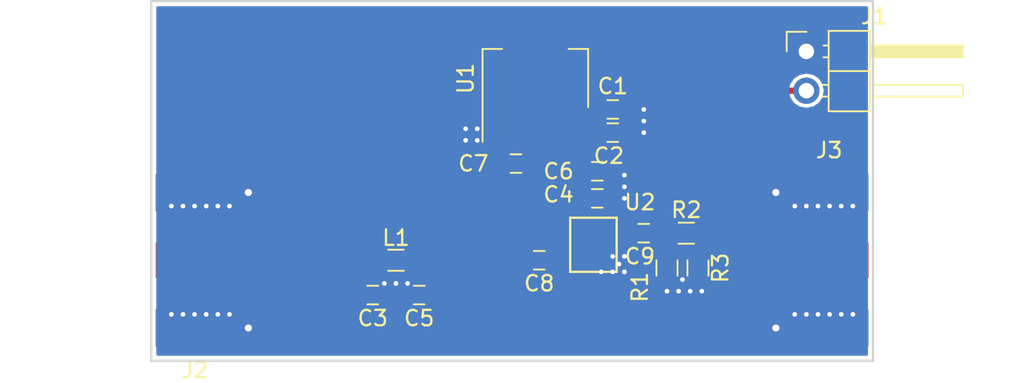
<source format=kicad_pcb>
(kicad_pcb (version 20170922) (host pcbnew "(2017-10-03 revision 3d1569081)-master")

(general
  (thickness 1.6)
  (drawings 4)
  (tracks 158)
  (zones 0)
  (modules 18)
  (nets 10)
)

(page A4)
(layers
  (0 F.Cu signal)
  (31 B.Cu signal)
  (32 B.Adhes user)
  (33 F.Adhes user)
  (34 B.Paste user)
  (35 F.Paste user)
  (36 B.SilkS user)
  (37 F.SilkS user)
  (38 B.Mask user)
  (39 F.Mask user)
  (40 Dwgs.User user)
  (41 Cmts.User user)
  (42 Eco1.User user)
  (43 Eco2.User user)
  (44 Edge.Cuts user)
  (45 Margin user)
  (46 B.CrtYd user)
  (47 F.CrtYd user)
  (48 B.Fab user hide)
  (49 F.Fab user hide)
)


(general
  (thickness 1.6)
  (drawings 4)
  (tracks 158)
  (zones 0)
  (modules 18)
  (nets 10)
)

(page A4)
(layers
  (0 F.Cu signal)
  (31 B.Cu signal)
  (32 B.Adhes user)
  (33 F.Adhes user)
  (34 B.Paste user)
  (35 F.Paste user)
  (36 B.SilkS user)
  (37 F.SilkS user)
  (38 B.Mask user)
  (39 F.Mask user)
  (40 Dwgs.User user)
  (41 Cmts.User user)
  (42 Eco1.User user)
  (43 Eco2.User user)
  (44 Edge.Cuts user)
  (45 Margin user)
  (46 B.CrtYd user)
  (47 F.CrtYd user)
  (48 B.Fab user hide)
  (49 F.Fab user hide)
)

(setup
  (last_trace_width 0.4)
  (user_trace_width 0.4)
  (user_trace_width 3)
  (trace_clearance 0.2)
  (zone_clearance 0.25)
  (zone_45_only no)
  (trace_min 0.2)
  (segment_width 0.2)
  (edge_width 0.15)
  (via_size 0.8)
  (via_drill 0.4)
  (via_min_size 0.4)
  (via_min_drill 0.3)
  (user_via 0.5 0.3)
  (user_via 0.8 0.4)
  (uvia_size 0.3)
  (uvia_drill 0.1)
  (uvias_allowed no)
  (uvia_min_size 0.2)
  (uvia_min_drill 0.1)
  (pcb_text_width 0.3)
  (pcb_text_size 1.5 1.5)
  (mod_edge_width 0.15)
  (mod_text_size 1 1)
  (mod_text_width 0.15)
  (pad_size 1.524 1.524)
  (pad_drill 0.762)
  (pad_to_mask_clearance 0.2)
  (aux_axis_origin 0 0)
  (visible_elements FFFFFF7F)
  (pcbplotparams
    (layerselection 0x010fc_ffffffff)
    (usegerberextensions false)
    (usegerberattributes true)
    (usegerberadvancedattributes true)
    (creategerberjobfile true)
    (excludeedgelayer true)
    (linewidth 0.100000)
    (plotframeref false)
    (viasonmask false)
    (mode 1)
    (useauxorigin false)
    (hpglpennumber 1)
    (hpglpenspeed 20)
    (hpglpendiameter 15)
    (psnegative false)
    (psa4output false)
    (plotreference true)
    (plotvalue true)
    (plotinvisibletext false)
    (padsonsilk false)
    (subtractmaskfromsilk false)
    (outputformat 1)
    (mirror false)
    (drillshape 1)
    (scaleselection 1)
    (outputdirectory ""))
)

(net 0 "")
(net 1 GND)
(net 2 "Net-(C3-Pad1)")
(net 3 +3V3)
(net 4 "Net-(C5-Pad1)")
(net 5 "Net-(C8-Pad1)")
(net 6 "Net-(C9-Pad1)")
(net 7 "Net-(C9-Pad2)")
(net 8 "Net-(J3-Pad1)")
(net 9 /VIN)

(net_class Default "This is the default net class."
  (clearance 0.2)
  (trace_width 0.25)
  (via_dia 0.8)
  (via_drill 0.4)
  (uvia_dia 0.3)
  (uvia_drill 0.1)
)

(net_class POWER ""
  (clearance 0.2)
  (trace_width 0.4)
  (via_dia 0.8)
  (via_drill 0.4)
  (uvia_dia 0.3)
  (uvia_drill 0.1)
  (add_net +3V3)
  (add_net /VIN)
  (add_net GND)
)

(net_class RF ""
  (clearance 0.3)
  (trace_width 3)
  (via_dia 0.8)
  (via_drill 0.4)
  (uvia_dia 0.3)
  (uvia_drill 0.1)
  (add_net "Net-(C3-Pad1)")
  (add_net "Net-(C5-Pad1)")
  (add_net "Net-(C8-Pad1)")
  (add_net "Net-(C9-Pad1)")
  (add_net "Net-(C9-Pad2)")
  (add_net "Net-(J3-Pad1)")
)

  (module Resistors_SMD:R_0603_HandSoldering (layer F.Cu) (tedit 58E0A804) (tstamp 5A3A46C1)
    (at 29.25 43.5)
    (descr "Resistor SMD 0603, hand soldering")
    (tags "resistor 0603")
    (path /5A0D74E3)
    (attr smd)
    (fp_text reference L1 (at 0 -1.45) (layer F.SilkS)
      (effects (font (size 1 1) (thickness 0.15)))
    )
    (fp_text value 100n (at 0 1.55) (layer F.Fab)
      (effects (font (size 1 1) (thickness 0.15)))
    )
    (fp_line (start 1.95 0.7) (end -1.96 0.7) (layer F.CrtYd) (width 0.05))
    (fp_line (start 1.95 0.7) (end 1.95 -0.7) (layer F.CrtYd) (width 0.05))
    (fp_line (start -1.96 -0.7) (end -1.96 0.7) (layer F.CrtYd) (width 0.05))
    (fp_line (start -1.96 -0.7) (end 1.95 -0.7) (layer F.CrtYd) (width 0.05))
    (fp_line (start -0.5 -0.68) (end 0.5 -0.68) (layer F.SilkS) (width 0.12))
    (fp_line (start 0.5 0.68) (end -0.5 0.68) (layer F.SilkS) (width 0.12))
    (fp_line (start -0.8 -0.4) (end 0.8 -0.4) (layer F.Fab) (width 0.1))
    (fp_line (start 0.8 -0.4) (end 0.8 0.4) (layer F.Fab) (width 0.1))
    (fp_line (start 0.8 0.4) (end -0.8 0.4) (layer F.Fab) (width 0.1))
    (fp_line (start -0.8 0.4) (end -0.8 -0.4) (layer F.Fab) (width 0.1))
    (fp_text user %R (at 0 0) (layer F.Fab)
      (effects (font (size 0.4 0.4) (thickness 0.075)))
    )
    (pad 2 smd rect (at 1.1 0) (size 1.2 0.9) (layers F.Cu F.Paste F.Mask)
      (net 4 "Net-(C5-Pad1)"))
    (pad 1 smd rect (at -1.1 0) (size 1.2 0.9) (layers F.Cu F.Paste F.Mask)
      (net 2 "Net-(C3-Pad1)"))
    (model ${KISYS3DMOD}/Resistors_SMD.3dshapes/R_0603.wrl
      (at (xyz 0 0 0))
      (scale (xyz 1 1 1))
      (rotate (xyz 0 0 0))
    )
  )

  (module Capacitors_SMD:C_0603 (layer F.Cu) (tedit 59958EE7) (tstamp 5A3A45AB)
    (at 43.25 33.75)
    (descr "Capacitor SMD 0603, reflow soldering, AVX (see smccp.pdf)")
    (tags "capacitor 0603")
    (path /5A0D6204)
    (attr smd)
    (fp_text reference C1 (at 0 -1.5) (layer F.SilkS)
      (effects (font (size 1 1) (thickness 0.15)))
    )
    (fp_text value 100n (at 0 1.5) (layer F.Fab)
      (effects (font (size 1 1) (thickness 0.15)))
    )
    (fp_text user %R (at 0 0) (layer F.Fab)
      (effects (font (size 0.3 0.3) (thickness 0.075)))
    )
    (fp_line (start -0.8 0.4) (end -0.8 -0.4) (layer F.Fab) (width 0.1))
    (fp_line (start 0.8 0.4) (end -0.8 0.4) (layer F.Fab) (width 0.1))
    (fp_line (start 0.8 -0.4) (end 0.8 0.4) (layer F.Fab) (width 0.1))
    (fp_line (start -0.8 -0.4) (end 0.8 -0.4) (layer F.Fab) (width 0.1))
    (fp_line (start -0.35 -0.6) (end 0.35 -0.6) (layer F.SilkS) (width 0.12))
    (fp_line (start 0.35 0.6) (end -0.35 0.6) (layer F.SilkS) (width 0.12))
    (fp_line (start -1.4 -0.65) (end 1.4 -0.65) (layer F.CrtYd) (width 0.05))
    (fp_line (start -1.4 -0.65) (end -1.4 0.65) (layer F.CrtYd) (width 0.05))
    (fp_line (start 1.4 0.65) (end 1.4 -0.65) (layer F.CrtYd) (width 0.05))
    (fp_line (start 1.4 0.65) (end -1.4 0.65) (layer F.CrtYd) (width 0.05))
    (pad 1 smd rect (at -0.75 0) (size 0.8 0.75) (layers F.Cu F.Paste F.Mask)
      (net 9 /VIN))
    (pad 2 smd rect (at 0.75 0) (size 0.8 0.75) (layers F.Cu F.Paste F.Mask)
      (net 1 GND))
    (model Capacitors_SMD.3dshapes/C_0603.wrl
      (at (xyz 0 0 0))
      (scale (xyz 1 1 1))
      (rotate (xyz 0 0 0))
    )
  )

  (module Capacitors_SMD:C_0603 (layer F.Cu) (tedit 59958EE7) (tstamp 5A3A45BC)
    (at 43.25 35.25)
    (descr "Capacitor SMD 0603, reflow soldering, AVX (see smccp.pdf)")
    (tags "capacitor 0603")
    (path /5A0D623C)
    (attr smd)
    (fp_text reference C2 (at -0.25 1.5) (layer F.SilkS)
      (effects (font (size 1 1) (thickness 0.15)))
    )
    (fp_text value 100n (at 0 1.5) (layer F.Fab)
      (effects (font (size 1 1) (thickness 0.15)))
    )
    (fp_line (start 1.4 0.65) (end -1.4 0.65) (layer F.CrtYd) (width 0.05))
    (fp_line (start 1.4 0.65) (end 1.4 -0.65) (layer F.CrtYd) (width 0.05))
    (fp_line (start -1.4 -0.65) (end -1.4 0.65) (layer F.CrtYd) (width 0.05))
    (fp_line (start -1.4 -0.65) (end 1.4 -0.65) (layer F.CrtYd) (width 0.05))
    (fp_line (start 0.35 0.6) (end -0.35 0.6) (layer F.SilkS) (width 0.12))
    (fp_line (start -0.35 -0.6) (end 0.35 -0.6) (layer F.SilkS) (width 0.12))
    (fp_line (start -0.8 -0.4) (end 0.8 -0.4) (layer F.Fab) (width 0.1))
    (fp_line (start 0.8 -0.4) (end 0.8 0.4) (layer F.Fab) (width 0.1))
    (fp_line (start 0.8 0.4) (end -0.8 0.4) (layer F.Fab) (width 0.1))
    (fp_line (start -0.8 0.4) (end -0.8 -0.4) (layer F.Fab) (width 0.1))
    (fp_text user %R (at 0 0) (layer F.Fab)
      (effects (font (size 0.3 0.3) (thickness 0.075)))
    )
    (pad 2 smd rect (at 0.75 0) (size 0.8 0.75) (layers F.Cu F.Paste F.Mask)
      (net 1 GND))
    (pad 1 smd rect (at -0.75 0) (size 0.8 0.75) (layers F.Cu F.Paste F.Mask)
      (net 9 /VIN))
    (model Capacitors_SMD.3dshapes/C_0603.wrl
      (at (xyz 0 0 0))
      (scale (xyz 1 1 1))
      (rotate (xyz 0 0 0))
    )
  )

  (module Capacitors_SMD:C_0603 (layer F.Cu) (tedit 59958EE7) (tstamp 5A3A45CD)
    (at 27.75 45.75)
    (descr "Capacitor SMD 0603, reflow soldering, AVX (see smccp.pdf)")
    (tags "capacitor 0603")
    (path /5A0D7717)
    (attr smd)
    (fp_text reference C3 (at 0 1.5) (layer F.SilkS)
      (effects (font (size 1 1) (thickness 0.15)))
    )
    (fp_text value 20p (at 0 1.5) (layer F.Fab)
      (effects (font (size 1 1) (thickness 0.15)))
    )
    (fp_line (start 1.4 0.65) (end -1.4 0.65) (layer F.CrtYd) (width 0.05))
    (fp_line (start 1.4 0.65) (end 1.4 -0.65) (layer F.CrtYd) (width 0.05))
    (fp_line (start -1.4 -0.65) (end -1.4 0.65) (layer F.CrtYd) (width 0.05))
    (fp_line (start -1.4 -0.65) (end 1.4 -0.65) (layer F.CrtYd) (width 0.05))
    (fp_line (start 0.35 0.6) (end -0.35 0.6) (layer F.SilkS) (width 0.12))
    (fp_line (start -0.35 -0.6) (end 0.35 -0.6) (layer F.SilkS) (width 0.12))
    (fp_line (start -0.8 -0.4) (end 0.8 -0.4) (layer F.Fab) (width 0.1))
    (fp_line (start 0.8 -0.4) (end 0.8 0.4) (layer F.Fab) (width 0.1))
    (fp_line (start 0.8 0.4) (end -0.8 0.4) (layer F.Fab) (width 0.1))
    (fp_line (start -0.8 0.4) (end -0.8 -0.4) (layer F.Fab) (width 0.1))
    (fp_text user %R (at 0 0) (layer F.Fab)
      (effects (font (size 0.3 0.3) (thickness 0.075)))
    )
    (pad 2 smd rect (at 0.75 0) (size 0.8 0.75) (layers F.Cu F.Paste F.Mask)
      (net 1 GND))
    (pad 1 smd rect (at -0.75 0) (size 0.8 0.75) (layers F.Cu F.Paste F.Mask)
      (net 2 "Net-(C3-Pad1)"))
    (model Capacitors_SMD.3dshapes/C_0603.wrl
      (at (xyz 0 0 0))
      (scale (xyz 1 1 1))
      (rotate (xyz 0 0 0))
    )
  )

  (module Capacitors_SMD:C_0603 (layer F.Cu) (tedit 59958EE7) (tstamp 5A3A45DE)
    (at 42.25 39.5)
    (descr "Capacitor SMD 0603, reflow soldering, AVX (see smccp.pdf)")
    (tags "capacitor 0603")
    (path /5A0D645A)
    (attr smd)
    (fp_text reference C4 (at -2.5 -0.25) (layer F.SilkS)
      (effects (font (size 1 1) (thickness 0.15)))
    )
    (fp_text value 100n (at 0 1.5) (layer F.Fab)
      (effects (font (size 1 1) (thickness 0.15)))
    )
    (fp_text user %R (at 0 0) (layer F.Fab)
      (effects (font (size 0.3 0.3) (thickness 0.075)))
    )
    (fp_line (start -0.8 0.4) (end -0.8 -0.4) (layer F.Fab) (width 0.1))
    (fp_line (start 0.8 0.4) (end -0.8 0.4) (layer F.Fab) (width 0.1))
    (fp_line (start 0.8 -0.4) (end 0.8 0.4) (layer F.Fab) (width 0.1))
    (fp_line (start -0.8 -0.4) (end 0.8 -0.4) (layer F.Fab) (width 0.1))
    (fp_line (start -0.35 -0.6) (end 0.35 -0.6) (layer F.SilkS) (width 0.12))
    (fp_line (start 0.35 0.6) (end -0.35 0.6) (layer F.SilkS) (width 0.12))
    (fp_line (start -1.4 -0.65) (end 1.4 -0.65) (layer F.CrtYd) (width 0.05))
    (fp_line (start -1.4 -0.65) (end -1.4 0.65) (layer F.CrtYd) (width 0.05))
    (fp_line (start 1.4 0.65) (end 1.4 -0.65) (layer F.CrtYd) (width 0.05))
    (fp_line (start 1.4 0.65) (end -1.4 0.65) (layer F.CrtYd) (width 0.05))
    (pad 1 smd rect (at -0.75 0) (size 0.8 0.75) (layers F.Cu F.Paste F.Mask)
      (net 3 +3V3))
    (pad 2 smd rect (at 0.75 0) (size 0.8 0.75) (layers F.Cu F.Paste F.Mask)
      (net 1 GND))
    (model Capacitors_SMD.3dshapes/C_0603.wrl
      (at (xyz 0 0 0))
      (scale (xyz 1 1 1))
      (rotate (xyz 0 0 0))
    )
  )

  (module Capacitors_SMD:C_0603 (layer F.Cu) (tedit 59958EE7) (tstamp 5A3A45EF)
    (at 30.75 45.75 180)
    (descr "Capacitor SMD 0603, reflow soldering, AVX (see smccp.pdf)")
    (tags "capacitor 0603")
    (path /5A0D766F)
    (attr smd)
    (fp_text reference C5 (at 0 -1.5 180) (layer F.SilkS)
      (effects (font (size 1 1) (thickness 0.15)))
    )
    (fp_text value 20p (at 0 1.5 180) (layer F.Fab)
      (effects (font (size 1 1) (thickness 0.15)))
    )
    (fp_text user %R (at 0 0 180) (layer F.Fab)
      (effects (font (size 0.3 0.3) (thickness 0.075)))
    )
    (fp_line (start -0.8 0.4) (end -0.8 -0.4) (layer F.Fab) (width 0.1))
    (fp_line (start 0.8 0.4) (end -0.8 0.4) (layer F.Fab) (width 0.1))
    (fp_line (start 0.8 -0.4) (end 0.8 0.4) (layer F.Fab) (width 0.1))
    (fp_line (start -0.8 -0.4) (end 0.8 -0.4) (layer F.Fab) (width 0.1))
    (fp_line (start -0.35 -0.6) (end 0.35 -0.6) (layer F.SilkS) (width 0.12))
    (fp_line (start 0.35 0.6) (end -0.35 0.6) (layer F.SilkS) (width 0.12))
    (fp_line (start -1.4 -0.65) (end 1.4 -0.65) (layer F.CrtYd) (width 0.05))
    (fp_line (start -1.4 -0.65) (end -1.4 0.65) (layer F.CrtYd) (width 0.05))
    (fp_line (start 1.4 0.65) (end 1.4 -0.65) (layer F.CrtYd) (width 0.05))
    (fp_line (start 1.4 0.65) (end -1.4 0.65) (layer F.CrtYd) (width 0.05))
    (pad 1 smd rect (at -0.75 0 180) (size 0.8 0.75) (layers F.Cu F.Paste F.Mask)
      (net 4 "Net-(C5-Pad1)"))
    (pad 2 smd rect (at 0.75 0 180) (size 0.8 0.75) (layers F.Cu F.Paste F.Mask)
      (net 1 GND))
    (model Capacitors_SMD.3dshapes/C_0603.wrl
      (at (xyz 0 0 0))
      (scale (xyz 1 1 1))
      (rotate (xyz 0 0 0))
    )
  )

  (module Capacitors_SMD:C_0603 (layer F.Cu) (tedit 59958EE7) (tstamp 5A3A4600)
    (at 42.25 37.75)
    (descr "Capacitor SMD 0603, reflow soldering, AVX (see smccp.pdf)")
    (tags "capacitor 0603")
    (path /5A0D65D3)
    (attr smd)
    (fp_text reference C6 (at -2.5 0) (layer F.SilkS)
      (effects (font (size 1 1) (thickness 0.15)))
    )
    (fp_text value 100n (at 0 1.5) (layer F.Fab)
      (effects (font (size 1 1) (thickness 0.15)))
    )
    (fp_line (start 1.4 0.65) (end -1.4 0.65) (layer F.CrtYd) (width 0.05))
    (fp_line (start 1.4 0.65) (end 1.4 -0.65) (layer F.CrtYd) (width 0.05))
    (fp_line (start -1.4 -0.65) (end -1.4 0.65) (layer F.CrtYd) (width 0.05))
    (fp_line (start -1.4 -0.65) (end 1.4 -0.65) (layer F.CrtYd) (width 0.05))
    (fp_line (start 0.35 0.6) (end -0.35 0.6) (layer F.SilkS) (width 0.12))
    (fp_line (start -0.35 -0.6) (end 0.35 -0.6) (layer F.SilkS) (width 0.12))
    (fp_line (start -0.8 -0.4) (end 0.8 -0.4) (layer F.Fab) (width 0.1))
    (fp_line (start 0.8 -0.4) (end 0.8 0.4) (layer F.Fab) (width 0.1))
    (fp_line (start 0.8 0.4) (end -0.8 0.4) (layer F.Fab) (width 0.1))
    (fp_line (start -0.8 0.4) (end -0.8 -0.4) (layer F.Fab) (width 0.1))
    (fp_text user %R (at 0 0) (layer F.Fab)
      (effects (font (size 0.3 0.3) (thickness 0.075)))
    )
    (pad 2 smd rect (at 0.75 0) (size 0.8 0.75) (layers F.Cu F.Paste F.Mask)
      (net 1 GND))
    (pad 1 smd rect (at -0.75 0) (size 0.8 0.75) (layers F.Cu F.Paste F.Mask)
      (net 3 +3V3))
    (model Capacitors_SMD.3dshapes/C_0603.wrl
      (at (xyz 0 0 0))
      (scale (xyz 1 1 1))
      (rotate (xyz 0 0 0))
    )
  )

  (module Capacitors_SMD:C_0603 (layer F.Cu) (tedit 59958EE7) (tstamp 5A3A4611)
    (at 37 37.25 180)
    (descr "Capacitor SMD 0603, reflow soldering, AVX (see smccp.pdf)")
    (tags "capacitor 0603")
    (path /5A0D66E6)
    (attr smd)
    (fp_text reference C7 (at 2.75 0 180) (layer F.SilkS)
      (effects (font (size 1 1) (thickness 0.15)))
    )
    (fp_text value 1u (at 0 1.5 180) (layer F.Fab)
      (effects (font (size 1 1) (thickness 0.15)))
    )
    (fp_text user %R (at 0 0 180) (layer F.Fab)
      (effects (font (size 0.3 0.3) (thickness 0.075)))
    )
    (fp_line (start -0.8 0.4) (end -0.8 -0.4) (layer F.Fab) (width 0.1))
    (fp_line (start 0.8 0.4) (end -0.8 0.4) (layer F.Fab) (width 0.1))
    (fp_line (start 0.8 -0.4) (end 0.8 0.4) (layer F.Fab) (width 0.1))
    (fp_line (start -0.8 -0.4) (end 0.8 -0.4) (layer F.Fab) (width 0.1))
    (fp_line (start -0.35 -0.6) (end 0.35 -0.6) (layer F.SilkS) (width 0.12))
    (fp_line (start 0.35 0.6) (end -0.35 0.6) (layer F.SilkS) (width 0.12))
    (fp_line (start -1.4 -0.65) (end 1.4 -0.65) (layer F.CrtYd) (width 0.05))
    (fp_line (start -1.4 -0.65) (end -1.4 0.65) (layer F.CrtYd) (width 0.05))
    (fp_line (start 1.4 0.65) (end 1.4 -0.65) (layer F.CrtYd) (width 0.05))
    (fp_line (start 1.4 0.65) (end -1.4 0.65) (layer F.CrtYd) (width 0.05))
    (pad 1 smd rect (at -0.75 0 180) (size 0.8 0.75) (layers F.Cu F.Paste F.Mask)
      (net 3 +3V3))
    (pad 2 smd rect (at 0.75 0 180) (size 0.8 0.75) (layers F.Cu F.Paste F.Mask)
      (net 1 GND))
    (model Capacitors_SMD.3dshapes/C_0603.wrl
      (at (xyz 0 0 0))
      (scale (xyz 1 1 1))
      (rotate (xyz 0 0 0))
    )
  )

  (module Capacitors_SMD:C_0603 (layer F.Cu) (tedit 59958EE7) (tstamp 5A3A4622)
    (at 38.5 43.5 180)
    (descr "Capacitor SMD 0603, reflow soldering, AVX (see smccp.pdf)")
    (tags "capacitor 0603")
    (path /5A0D6F0B)
    (attr smd)
    (fp_text reference C8 (at 0 -1.5 180) (layer F.SilkS)
      (effects (font (size 1 1) (thickness 0.15)))
    )
    (fp_text value 100n (at 0 1.5 180) (layer F.Fab)
      (effects (font (size 1 1) (thickness 0.15)))
    )
    (fp_line (start 1.4 0.65) (end -1.4 0.65) (layer F.CrtYd) (width 0.05))
    (fp_line (start 1.4 0.65) (end 1.4 -0.65) (layer F.CrtYd) (width 0.05))
    (fp_line (start -1.4 -0.65) (end -1.4 0.65) (layer F.CrtYd) (width 0.05))
    (fp_line (start -1.4 -0.65) (end 1.4 -0.65) (layer F.CrtYd) (width 0.05))
    (fp_line (start 0.35 0.6) (end -0.35 0.6) (layer F.SilkS) (width 0.12))
    (fp_line (start -0.35 -0.6) (end 0.35 -0.6) (layer F.SilkS) (width 0.12))
    (fp_line (start -0.8 -0.4) (end 0.8 -0.4) (layer F.Fab) (width 0.1))
    (fp_line (start 0.8 -0.4) (end 0.8 0.4) (layer F.Fab) (width 0.1))
    (fp_line (start 0.8 0.4) (end -0.8 0.4) (layer F.Fab) (width 0.1))
    (fp_line (start -0.8 0.4) (end -0.8 -0.4) (layer F.Fab) (width 0.1))
    (fp_text user %R (at 0 0 180) (layer F.Fab)
      (effects (font (size 0.3 0.3) (thickness 0.075)))
    )
    (pad 2 smd rect (at 0.75 0 180) (size 0.8 0.75) (layers F.Cu F.Paste F.Mask)
      (net 4 "Net-(C5-Pad1)"))
    (pad 1 smd rect (at -0.75 0 180) (size 0.8 0.75) (layers F.Cu F.Paste F.Mask)
      (net 5 "Net-(C8-Pad1)"))
    (model Capacitors_SMD.3dshapes/C_0603.wrl
      (at (xyz 0 0 0))
      (scale (xyz 1 1 1))
      (rotate (xyz 0 0 0))
    )
  )

  (module Capacitors_SMD:C_0603 (layer F.Cu) (tedit 59958EE7) (tstamp 5A3A4633)
    (at 45.25 41.75 180)
    (descr "Capacitor SMD 0603, reflow soldering, AVX (see smccp.pdf)")
    (tags "capacitor 0603")
    (path /5A0D6F8D)
    (attr smd)
    (fp_text reference C9 (at 0.25 -1.5 180) (layer F.SilkS)
      (effects (font (size 1 1) (thickness 0.15)))
    )
    (fp_text value 100n (at 0 1.5 180) (layer F.Fab)
      (effects (font (size 1 1) (thickness 0.15)))
    )
    (fp_text user %R (at 0 0 180) (layer F.Fab)
      (effects (font (size 0.3 0.3) (thickness 0.075)))
    )
    (fp_line (start -0.8 0.4) (end -0.8 -0.4) (layer F.Fab) (width 0.1))
    (fp_line (start 0.8 0.4) (end -0.8 0.4) (layer F.Fab) (width 0.1))
    (fp_line (start 0.8 -0.4) (end 0.8 0.4) (layer F.Fab) (width 0.1))
    (fp_line (start -0.8 -0.4) (end 0.8 -0.4) (layer F.Fab) (width 0.1))
    (fp_line (start -0.35 -0.6) (end 0.35 -0.6) (layer F.SilkS) (width 0.12))
    (fp_line (start 0.35 0.6) (end -0.35 0.6) (layer F.SilkS) (width 0.12))
    (fp_line (start -1.4 -0.65) (end 1.4 -0.65) (layer F.CrtYd) (width 0.05))
    (fp_line (start -1.4 -0.65) (end -1.4 0.65) (layer F.CrtYd) (width 0.05))
    (fp_line (start 1.4 0.65) (end 1.4 -0.65) (layer F.CrtYd) (width 0.05))
    (fp_line (start 1.4 0.65) (end -1.4 0.65) (layer F.CrtYd) (width 0.05))
    (pad 1 smd rect (at -0.75 0 180) (size 0.8 0.75) (layers F.Cu F.Paste F.Mask)
      (net 6 "Net-(C9-Pad1)"))
    (pad 2 smd rect (at 0.75 0 180) (size 0.8 0.75) (layers F.Cu F.Paste F.Mask)
      (net 7 "Net-(C9-Pad2)"))
    (model Capacitors_SMD.3dshapes/C_0603.wrl
      (at (xyz 0 0 0))
      (scale (xyz 1 1 1))
      (rotate (xyz 0 0 0))
    )
  )

  (module Pin_Headers:Pin_Header_Angled_1x02_Pitch2.54mm (layer F.Cu) (tedit 59650532) (tstamp 5A3A4666)
    (at 55.75 30)
    (descr "Through hole angled pin header, 1x02, 2.54mm pitch, 6mm pin length, single row")
    (tags "Through hole angled pin header THT 1x02 2.54mm single row")
    (path /5A0D5FA5)
    (fp_text reference J1 (at 4.385 -2.27) (layer F.SilkS)
      (effects (font (size 1 1) (thickness 0.15)))
    )
    (fp_text value Conn_01x02 (at 4.385 4.81) (layer F.Fab)
      (effects (font (size 1 1) (thickness 0.15)))
    )
    (fp_text user %R (at 2.77 1.27 90) (layer F.Fab)
      (effects (font (size 1 1) (thickness 0.15)))
    )
    (fp_line (start 10.55 -1.8) (end -1.8 -1.8) (layer F.CrtYd) (width 0.05))
    (fp_line (start 10.55 4.35) (end 10.55 -1.8) (layer F.CrtYd) (width 0.05))
    (fp_line (start -1.8 4.35) (end 10.55 4.35) (layer F.CrtYd) (width 0.05))
    (fp_line (start -1.8 -1.8) (end -1.8 4.35) (layer F.CrtYd) (width 0.05))
    (fp_line (start -1.27 -1.27) (end 0 -1.27) (layer F.SilkS) (width 0.12))
    (fp_line (start -1.27 0) (end -1.27 -1.27) (layer F.SilkS) (width 0.12))
    (fp_line (start 1.042929 2.92) (end 1.44 2.92) (layer F.SilkS) (width 0.12))
    (fp_line (start 1.042929 2.16) (end 1.44 2.16) (layer F.SilkS) (width 0.12))
    (fp_line (start 10.1 2.92) (end 4.1 2.92) (layer F.SilkS) (width 0.12))
    (fp_line (start 10.1 2.16) (end 10.1 2.92) (layer F.SilkS) (width 0.12))
    (fp_line (start 4.1 2.16) (end 10.1 2.16) (layer F.SilkS) (width 0.12))
    (fp_line (start 1.44 1.27) (end 4.1 1.27) (layer F.SilkS) (width 0.12))
    (fp_line (start 1.11 0.38) (end 1.44 0.38) (layer F.SilkS) (width 0.12))
    (fp_line (start 1.11 -0.38) (end 1.44 -0.38) (layer F.SilkS) (width 0.12))
    (fp_line (start 4.1 0.28) (end 10.1 0.28) (layer F.SilkS) (width 0.12))
    (fp_line (start 4.1 0.16) (end 10.1 0.16) (layer F.SilkS) (width 0.12))
    (fp_line (start 4.1 0.04) (end 10.1 0.04) (layer F.SilkS) (width 0.12))
    (fp_line (start 4.1 -0.08) (end 10.1 -0.08) (layer F.SilkS) (width 0.12))
    (fp_line (start 4.1 -0.2) (end 10.1 -0.2) (layer F.SilkS) (width 0.12))
    (fp_line (start 4.1 -0.32) (end 10.1 -0.32) (layer F.SilkS) (width 0.12))
    (fp_line (start 10.1 0.38) (end 4.1 0.38) (layer F.SilkS) (width 0.12))
    (fp_line (start 10.1 -0.38) (end 10.1 0.38) (layer F.SilkS) (width 0.12))
    (fp_line (start 4.1 -0.38) (end 10.1 -0.38) (layer F.SilkS) (width 0.12))
    (fp_line (start 4.1 -1.33) (end 1.44 -1.33) (layer F.SilkS) (width 0.12))
    (fp_line (start 4.1 3.87) (end 4.1 -1.33) (layer F.SilkS) (width 0.12))
    (fp_line (start 1.44 3.87) (end 4.1 3.87) (layer F.SilkS) (width 0.12))
    (fp_line (start 1.44 -1.33) (end 1.44 3.87) (layer F.SilkS) (width 0.12))
    (fp_line (start 4.04 2.86) (end 10.04 2.86) (layer F.Fab) (width 0.1))
    (fp_line (start 10.04 2.22) (end 10.04 2.86) (layer F.Fab) (width 0.1))
    (fp_line (start 4.04 2.22) (end 10.04 2.22) (layer F.Fab) (width 0.1))
    (fp_line (start -0.32 2.86) (end 1.5 2.86) (layer F.Fab) (width 0.1))
    (fp_line (start -0.32 2.22) (end -0.32 2.86) (layer F.Fab) (width 0.1))
    (fp_line (start -0.32 2.22) (end 1.5 2.22) (layer F.Fab) (width 0.1))
    (fp_line (start 4.04 0.32) (end 10.04 0.32) (layer F.Fab) (width 0.1))
    (fp_line (start 10.04 -0.32) (end 10.04 0.32) (layer F.Fab) (width 0.1))
    (fp_line (start 4.04 -0.32) (end 10.04 -0.32) (layer F.Fab) (width 0.1))
    (fp_line (start -0.32 0.32) (end 1.5 0.32) (layer F.Fab) (width 0.1))
    (fp_line (start -0.32 -0.32) (end -0.32 0.32) (layer F.Fab) (width 0.1))
    (fp_line (start -0.32 -0.32) (end 1.5 -0.32) (layer F.Fab) (width 0.1))
    (fp_line (start 1.5 -0.635) (end 2.135 -1.27) (layer F.Fab) (width 0.1))
    (fp_line (start 1.5 3.81) (end 1.5 -0.635) (layer F.Fab) (width 0.1))
    (fp_line (start 4.04 3.81) (end 1.5 3.81) (layer F.Fab) (width 0.1))
    (fp_line (start 4.04 -1.27) (end 4.04 3.81) (layer F.Fab) (width 0.1))
    (fp_line (start 2.135 -1.27) (end 4.04 -1.27) (layer F.Fab) (width 0.1))
    (pad 2 thru_hole oval (at 0 2.54) (size 1.7 1.7) (drill 1) (layers *.Cu *.Mask)
      (net 9 /VIN))
    (pad 1 thru_hole rect (at 0 0) (size 1.7 1.7) (drill 1) (layers *.Cu *.Mask)
      (net 1 GND))
    (model ${KISYS3DMOD}/Pin_Headers.3dshapes/Pin_Header_Angled_1x02_Pitch2.54mm.wrl
      (at (xyz 0 0 0))
      (scale (xyz 1 1 1))
      (rotate (xyz 0 0 0))
    )
  )

  (module Connectors_Molex:Molex_SMA_Jack_Edge_Mount (layer F.Cu) (tedit 587D2992) (tstamp 5A3A468B)
    (at 18 43.5)
    (descr "Molex SMA Jack, Edge Mount, http://www.molex.com/pdm_docs/sd/732511150_sd.pdf")
    (tags "sma edge")
    (path /5A0D7D41)
    (attr smd)
    (fp_text reference J2 (at -1.72 7.11) (layer F.SilkS)
      (effects (font (size 1 1) (thickness 0.15)))
    )
    (fp_text value Conn_Coaxial (at -1.72 -7.11) (layer F.Fab)
      (effects (font (size 1 1) (thickness 0.15)))
    )
    (fp_line (start -4.76 -0.38) (end 0.49 -0.38) (layer F.Fab) (width 0.1))
    (fp_line (start -4.76 0.38) (end 0.49 0.38) (layer F.Fab) (width 0.1))
    (fp_line (start 0.49 -0.38) (end 0.49 0.38) (layer F.Fab) (width 0.1))
    (fp_line (start 0.49 3.75) (end 0.49 4.76) (layer F.Fab) (width 0.1))
    (fp_line (start 0.49 -4.76) (end 0.49 -3.75) (layer F.Fab) (width 0.1))
    (fp_line (start -14.29 -6.09) (end -14.29 6.09) (layer F.CrtYd) (width 0.05))
    (fp_line (start -14.29 6.09) (end 2.71 6.09) (layer F.CrtYd) (width 0.05))
    (fp_line (start 2.71 -6.09) (end 2.71 6.09) (layer B.CrtYd) (width 0.05))
    (fp_line (start -14.29 -6.09) (end 2.71 -6.09) (layer B.CrtYd) (width 0.05))
    (fp_line (start -14.29 -6.09) (end -14.29 6.09) (layer B.CrtYd) (width 0.05))
    (fp_line (start -14.29 6.09) (end 2.71 6.09) (layer B.CrtYd) (width 0.05))
    (fp_line (start 2.71 -6.09) (end 2.71 6.09) (layer F.CrtYd) (width 0.05))
    (fp_line (start 2.71 -6.09) (end -14.29 -6.09) (layer F.CrtYd) (width 0.05))
    (fp_line (start -4.76 -3.75) (end 0.49 -3.75) (layer F.Fab) (width 0.1))
    (fp_line (start -4.76 3.75) (end 0.49 3.75) (layer F.Fab) (width 0.1))
    (fp_line (start -13.79 -2.65) (end -5.91 -2.65) (layer F.Fab) (width 0.1))
    (fp_line (start -13.79 -2.65) (end -13.79 2.65) (layer F.Fab) (width 0.1))
    (fp_line (start -13.79 2.65) (end -5.91 2.65) (layer F.Fab) (width 0.1))
    (fp_line (start -4.76 -3.75) (end -4.76 3.75) (layer F.Fab) (width 0.1))
    (fp_line (start 0.49 -4.76) (end -5.91 -4.76) (layer F.Fab) (width 0.1))
    (fp_line (start -5.91 -4.76) (end -5.91 4.76) (layer F.Fab) (width 0.1))
    (fp_line (start -5.91 4.76) (end 0.49 4.76) (layer F.Fab) (width 0.1))
    (pad 1 smd rect (at -1.72 0) (size 5.08 2.29) (layers F.Cu F.Paste F.Mask)
      (net 2 "Net-(C3-Pad1)"))
    (pad 2 smd rect (at -1.72 -4.38) (size 5.08 2.42) (layers F.Cu F.Paste F.Mask)
      (net 1 GND))
    (pad 2 smd rect (at -1.72 4.38) (size 5.08 2.42) (layers F.Cu F.Paste F.Mask)
      (net 1 GND))
    (pad 2 smd rect (at -1.72 -4.38) (size 5.08 2.42) (layers B.Cu B.Paste B.Mask)
      (net 1 GND))
    (pad 2 smd rect (at -1.72 4.38) (size 5.08 2.42) (layers B.Cu B.Paste B.Mask)
      (net 1 GND))
    (pad 2 thru_hole circle (at 1.72 -4.38) (size 0.97 0.97) (drill 0.46) (layers *.Cu)
      (net 1 GND))
    (pad 2 thru_hole circle (at 1.72 4.38) (size 0.97 0.97) (drill 0.46) (layers *.Cu)
      (net 1 GND))
    (pad 2 smd rect (at 1.27 -4.38) (size 0.89 0.46) (layers F.Cu)
      (net 1 GND))
    (pad 2 smd rect (at 1.27 4.38) (size 0.89 0.46) (layers F.Cu)
      (net 1 GND))
    (pad 2 smd rect (at 1.27 -4.38) (size 0.89 0.46) (layers B.Cu)
      (net 1 GND))
    (pad 2 smd rect (at 1.27 4.38) (size 0.89 0.46) (layers B.Cu)
      (net 1 GND))
    (model ${KISYS3DMOD}/Connectors_Molex.3dshapes/Molex_SMA_Jack_Edge_Mount.wrl
      (at (xyz 0 0 0))
      (scale (xyz 1 1 1))
      (rotate (xyz 0 0 0))
    )
  )

  (module Connectors_Molex:Molex_SMA_Jack_Edge_Mount (layer F.Cu) (tedit 587D2992) (tstamp 5A3A46B0)
    (at 55.5 43.5 180)
    (descr "Molex SMA Jack, Edge Mount, http://www.molex.com/pdm_docs/sd/732511150_sd.pdf")
    (tags "sma edge")
    (path /5A0D8EED)
    (attr smd)
    (fp_text reference J3 (at -1.72 7.11 180) (layer F.SilkS)
      (effects (font (size 1 1) (thickness 0.15)))
    )
    (fp_text value Conn_Coaxial (at -1.72 -7.11 180) (layer F.Fab)
      (effects (font (size 1 1) (thickness 0.15)))
    )
    (fp_line (start -5.91 4.76) (end 0.49 4.76) (layer F.Fab) (width 0.1))
    (fp_line (start -5.91 -4.76) (end -5.91 4.76) (layer F.Fab) (width 0.1))
    (fp_line (start 0.49 -4.76) (end -5.91 -4.76) (layer F.Fab) (width 0.1))
    (fp_line (start -4.76 -3.75) (end -4.76 3.75) (layer F.Fab) (width 0.1))
    (fp_line (start -13.79 2.65) (end -5.91 2.65) (layer F.Fab) (width 0.1))
    (fp_line (start -13.79 -2.65) (end -13.79 2.65) (layer F.Fab) (width 0.1))
    (fp_line (start -13.79 -2.65) (end -5.91 -2.65) (layer F.Fab) (width 0.1))
    (fp_line (start -4.76 3.75) (end 0.49 3.75) (layer F.Fab) (width 0.1))
    (fp_line (start -4.76 -3.75) (end 0.49 -3.75) (layer F.Fab) (width 0.1))
    (fp_line (start 2.71 -6.09) (end -14.29 -6.09) (layer F.CrtYd) (width 0.05))
    (fp_line (start 2.71 -6.09) (end 2.71 6.09) (layer F.CrtYd) (width 0.05))
    (fp_line (start -14.29 6.09) (end 2.71 6.09) (layer B.CrtYd) (width 0.05))
    (fp_line (start -14.29 -6.09) (end -14.29 6.09) (layer B.CrtYd) (width 0.05))
    (fp_line (start -14.29 -6.09) (end 2.71 -6.09) (layer B.CrtYd) (width 0.05))
    (fp_line (start 2.71 -6.09) (end 2.71 6.09) (layer B.CrtYd) (width 0.05))
    (fp_line (start -14.29 6.09) (end 2.71 6.09) (layer F.CrtYd) (width 0.05))
    (fp_line (start -14.29 -6.09) (end -14.29 6.09) (layer F.CrtYd) (width 0.05))
    (fp_line (start 0.49 -4.76) (end 0.49 -3.75) (layer F.Fab) (width 0.1))
    (fp_line (start 0.49 3.75) (end 0.49 4.76) (layer F.Fab) (width 0.1))
    (fp_line (start 0.49 -0.38) (end 0.49 0.38) (layer F.Fab) (width 0.1))
    (fp_line (start -4.76 0.38) (end 0.49 0.38) (layer F.Fab) (width 0.1))
    (fp_line (start -4.76 -0.38) (end 0.49 -0.38) (layer F.Fab) (width 0.1))
    (pad 2 smd rect (at 1.27 4.38 180) (size 0.89 0.46) (layers B.Cu)
      (net 1 GND))
    (pad 2 smd rect (at 1.27 -4.38 180) (size 0.89 0.46) (layers B.Cu)
      (net 1 GND))
    (pad 2 smd rect (at 1.27 4.38 180) (size 0.89 0.46) (layers F.Cu)
      (net 1 GND))
    (pad 2 smd rect (at 1.27 -4.38 180) (size 0.89 0.46) (layers F.Cu)
      (net 1 GND))
    (pad 2 thru_hole circle (at 1.72 4.38 180) (size 0.97 0.97) (drill 0.46) (layers *.Cu)
      (net 1 GND))
    (pad 2 thru_hole circle (at 1.72 -4.38 180) (size 0.97 0.97) (drill 0.46) (layers *.Cu)
      (net 1 GND))
    (pad 2 smd rect (at -1.72 4.38 180) (size 5.08 2.42) (layers B.Cu B.Paste B.Mask)
      (net 1 GND))
    (pad 2 smd rect (at -1.72 -4.38 180) (size 5.08 2.42) (layers B.Cu B.Paste B.Mask)
      (net 1 GND))
    (pad 2 smd rect (at -1.72 4.38 180) (size 5.08 2.42) (layers F.Cu F.Paste F.Mask)
      (net 1 GND))
    (pad 2 smd rect (at -1.72 -4.38 180) (size 5.08 2.42) (layers F.Cu F.Paste F.Mask)
      (net 1 GND))
    (pad 1 smd rect (at -1.72 0 180) (size 5.08 2.29) (layers F.Cu F.Paste F.Mask)
      (net 8 "Net-(J3-Pad1)"))
    (model ${KISYS3DMOD}/Connectors_Molex.3dshapes/Molex_SMA_Jack_Edge_Mount.wrl
      (at (xyz 0 0 0))
      (scale (xyz 1 1 1))
      (rotate (xyz 0 0 0))
    )
  )

  (module Resistors_SMD:R_0603 (layer F.Cu) (tedit 58E0A804) (tstamp 5A3A46D2)
    (at 46.75 44 270)
    (descr "Resistor SMD 0603, reflow soldering, Vishay (see dcrcw.pdf)")
    (tags "resistor 0603")
    (path /5A0D862B)
    (attr smd)
    (fp_text reference R1 (at 1.25 1.75 270) (layer F.SilkS)
      (effects (font (size 1 1) (thickness 0.15)))
    )
    (fp_text value 130 (at 0 1.5 270) (layer F.Fab)
      (effects (font (size 1 1) (thickness 0.15)))
    )
    (fp_line (start 1.25 0.7) (end -1.25 0.7) (layer F.CrtYd) (width 0.05))
    (fp_line (start 1.25 0.7) (end 1.25 -0.7) (layer F.CrtYd) (width 0.05))
    (fp_line (start -1.25 -0.7) (end -1.25 0.7) (layer F.CrtYd) (width 0.05))
    (fp_line (start -1.25 -0.7) (end 1.25 -0.7) (layer F.CrtYd) (width 0.05))
    (fp_line (start -0.5 -0.68) (end 0.5 -0.68) (layer F.SilkS) (width 0.12))
    (fp_line (start 0.5 0.68) (end -0.5 0.68) (layer F.SilkS) (width 0.12))
    (fp_line (start -0.8 -0.4) (end 0.8 -0.4) (layer F.Fab) (width 0.1))
    (fp_line (start 0.8 -0.4) (end 0.8 0.4) (layer F.Fab) (width 0.1))
    (fp_line (start 0.8 0.4) (end -0.8 0.4) (layer F.Fab) (width 0.1))
    (fp_line (start -0.8 0.4) (end -0.8 -0.4) (layer F.Fab) (width 0.1))
    (fp_text user %R (at 0 0 270) (layer F.Fab)
      (effects (font (size 0.4 0.4) (thickness 0.075)))
    )
    (pad 2 smd rect (at 0.75 0 270) (size 0.5 0.9) (layers F.Cu F.Paste F.Mask)
      (net 1 GND))
    (pad 1 smd rect (at -0.75 0 270) (size 0.5 0.9) (layers F.Cu F.Paste F.Mask)
      (net 6 "Net-(C9-Pad1)"))
    (model ${KISYS3DMOD}/Resistors_SMD.3dshapes/R_0603.wrl
      (at (xyz 0 0 0))
      (scale (xyz 1 1 1))
      (rotate (xyz 0 0 0))
    )
  )

  (module Resistors_SMD:R_0603 (layer F.Cu) (tedit 58E0A804) (tstamp 5A3A46E3)
    (at 48 41.75 180)
    (descr "Resistor SMD 0603, reflow soldering, Vishay (see dcrcw.pdf)")
    (tags "resistor 0603")
    (path /5A0D86CF)
    (attr smd)
    (fp_text reference R2 (at 0 1.5 180) (layer F.SilkS)
      (effects (font (size 1 1) (thickness 0.15)))
    )
    (fp_text value 45 (at 0 1.5 180) (layer F.Fab)
      (effects (font (size 1 1) (thickness 0.15)))
    )
    (fp_line (start 1.25 0.7) (end -1.25 0.7) (layer F.CrtYd) (width 0.05))
    (fp_line (start 1.25 0.7) (end 1.25 -0.7) (layer F.CrtYd) (width 0.05))
    (fp_line (start -1.25 -0.7) (end -1.25 0.7) (layer F.CrtYd) (width 0.05))
    (fp_line (start -1.25 -0.7) (end 1.25 -0.7) (layer F.CrtYd) (width 0.05))
    (fp_line (start -0.5 -0.68) (end 0.5 -0.68) (layer F.SilkS) (width 0.12))
    (fp_line (start 0.5 0.68) (end -0.5 0.68) (layer F.SilkS) (width 0.12))
    (fp_line (start -0.8 -0.4) (end 0.8 -0.4) (layer F.Fab) (width 0.1))
    (fp_line (start 0.8 -0.4) (end 0.8 0.4) (layer F.Fab) (width 0.1))
    (fp_line (start 0.8 0.4) (end -0.8 0.4) (layer F.Fab) (width 0.1))
    (fp_line (start -0.8 0.4) (end -0.8 -0.4) (layer F.Fab) (width 0.1))
    (fp_text user %R (at 0 0 180) (layer F.Fab)
      (effects (font (size 0.4 0.4) (thickness 0.075)))
    )
    (pad 2 smd rect (at 0.75 0 180) (size 0.5 0.9) (layers F.Cu F.Paste F.Mask)
      (net 6 "Net-(C9-Pad1)"))
    (pad 1 smd rect (at -0.75 0 180) (size 0.5 0.9) (layers F.Cu F.Paste F.Mask)
      (net 8 "Net-(J3-Pad1)"))
    (model ${KISYS3DMOD}/Resistors_SMD.3dshapes/R_0603.wrl
      (at (xyz 0 0 0))
      (scale (xyz 1 1 1))
      (rotate (xyz 0 0 0))
    )
  )

  (module Resistors_SMD:R_0603 (layer F.Cu) (tedit 58E0A804) (tstamp 5A3A46F4)
    (at 48.75 44 270)
    (descr "Resistor SMD 0603, reflow soldering, Vishay (see dcrcw.pdf)")
    (tags "resistor 0603")
    (path /5A0D8669)
    (attr smd)
    (fp_text reference R3 (at 0 -1.45 270) (layer F.SilkS)
      (effects (font (size 1 1) (thickness 0.15)))
    )
    (fp_text value 130 (at 0 1.5 270) (layer F.Fab)
      (effects (font (size 1 1) (thickness 0.15)))
    )
    (fp_text user %R (at 0 0 270) (layer F.Fab)
      (effects (font (size 0.4 0.4) (thickness 0.075)))
    )
    (fp_line (start -0.8 0.4) (end -0.8 -0.4) (layer F.Fab) (width 0.1))
    (fp_line (start 0.8 0.4) (end -0.8 0.4) (layer F.Fab) (width 0.1))
    (fp_line (start 0.8 -0.4) (end 0.8 0.4) (layer F.Fab) (width 0.1))
    (fp_line (start -0.8 -0.4) (end 0.8 -0.4) (layer F.Fab) (width 0.1))
    (fp_line (start 0.5 0.68) (end -0.5 0.68) (layer F.SilkS) (width 0.12))
    (fp_line (start -0.5 -0.68) (end 0.5 -0.68) (layer F.SilkS) (width 0.12))
    (fp_line (start -1.25 -0.7) (end 1.25 -0.7) (layer F.CrtYd) (width 0.05))
    (fp_line (start -1.25 -0.7) (end -1.25 0.7) (layer F.CrtYd) (width 0.05))
    (fp_line (start 1.25 0.7) (end 1.25 -0.7) (layer F.CrtYd) (width 0.05))
    (fp_line (start 1.25 0.7) (end -1.25 0.7) (layer F.CrtYd) (width 0.05))
    (pad 1 smd rect (at -0.75 0 270) (size 0.5 0.9) (layers F.Cu F.Paste F.Mask)
      (net 8 "Net-(J3-Pad1)"))
    (pad 2 smd rect (at 0.75 0 270) (size 0.5 0.9) (layers F.Cu F.Paste F.Mask)
      (net 1 GND))
    (model ${KISYS3DMOD}/Resistors_SMD.3dshapes/R_0603.wrl
      (at (xyz 0 0 0))
      (scale (xyz 1 1 1))
      (rotate (xyz 0 0 0))
    )
  )

  (module TO_SOT_Packages_SMD:SOT-223-3_TabPin2 (layer F.Cu) (tedit 58CE4E7E) (tstamp 5A3A470A)
    (at 38.25 31.75 90)
    (descr "module CMS SOT223 4 pins")
    (tags "CMS SOT")
    (path /5A0D5D37)
    (attr smd)
    (fp_text reference U1 (at 0 -4.5 90) (layer F.SilkS)
      (effects (font (size 1 1) (thickness 0.15)))
    )
    (fp_text value AP1117-33 (at 0 4.5 90) (layer F.Fab)
      (effects (font (size 1 1) (thickness 0.15)))
    )
    (fp_line (start 1.85 -3.35) (end 1.85 3.35) (layer F.Fab) (width 0.1))
    (fp_line (start -1.85 3.35) (end 1.85 3.35) (layer F.Fab) (width 0.1))
    (fp_line (start -4.1 -3.41) (end 1.91 -3.41) (layer F.SilkS) (width 0.12))
    (fp_line (start -0.85 -3.35) (end 1.85 -3.35) (layer F.Fab) (width 0.1))
    (fp_line (start -1.85 3.41) (end 1.91 3.41) (layer F.SilkS) (width 0.12))
    (fp_line (start -1.85 -2.35) (end -1.85 3.35) (layer F.Fab) (width 0.1))
    (fp_line (start -1.85 -2.35) (end -0.85 -3.35) (layer F.Fab) (width 0.1))
    (fp_line (start -4.4 -3.6) (end -4.4 3.6) (layer F.CrtYd) (width 0.05))
    (fp_line (start -4.4 3.6) (end 4.4 3.6) (layer F.CrtYd) (width 0.05))
    (fp_line (start 4.4 3.6) (end 4.4 -3.6) (layer F.CrtYd) (width 0.05))
    (fp_line (start 4.4 -3.6) (end -4.4 -3.6) (layer F.CrtYd) (width 0.05))
    (fp_line (start 1.91 -3.41) (end 1.91 -2.15) (layer F.SilkS) (width 0.12))
    (fp_line (start 1.91 3.41) (end 1.91 2.15) (layer F.SilkS) (width 0.12))
    (fp_text user %R (at 0 0 180) (layer F.Fab)
      (effects (font (size 0.8 0.8) (thickness 0.12)))
    )
    (pad 1 smd rect (at -3.15 -2.3 90) (size 2 1.5) (layers F.Cu F.Paste F.Mask)
      (net 1 GND))
    (pad 3 smd rect (at -3.15 2.3 90) (size 2 1.5) (layers F.Cu F.Paste F.Mask)
      (net 9 /VIN))
    (pad 2 smd rect (at -3.15 0 90) (size 2 1.5) (layers F.Cu F.Paste F.Mask)
      (net 3 +3V3))
    (pad 2 smd rect (at 3.15 0 90) (size 2 3.8) (layers F.Cu F.Paste F.Mask)
      (net 3 +3V3))
    (model ${KISYS3DMOD}/TO_SOT_Packages_SMD.3dshapes/SOT-223.wrl
      (at (xyz 0 0 0))
      (scale (xyz 1 1 1))
      (rotate (xyz 0 0 0))
    )
  )

  (module shimatta_smd:BGA420-INF (layer F.Cu) (tedit 5A0A04B8) (tstamp 5A3A4716)
    (at 42 42.5)
    (path /5A0D5B0F)
    (fp_text reference U2 (at 3 -2.75) (layer F.SilkS)
      (effects (font (size 1 1) (thickness 0.15)))
    )
    (fp_text value BGA420 (at -13 -8) (layer F.Fab)
      (effects (font (size 1 1) (thickness 0.15)))
    )
    (fp_line (start -1.5 -1.75) (end -1.5 1.75) (layer F.SilkS) (width 0.15))
    (fp_line (start -1.5 1.75) (end 1.5 1.75) (layer F.SilkS) (width 0.15))
    (fp_line (start 1.5 1.75) (end 1.5 -1.75) (layer F.SilkS) (width 0.15))
    (fp_line (start 1.5 -1.75) (end -1.5 -1.75) (layer F.SilkS) (width 0.15))
    (pad 4 smd rect (at -0.65 -0.8) (size 0.6 0.9) (layers F.Cu F.Paste F.Mask)
      (net 3 +3V3))
    (pad 3 smd rect (at 0.65 -0.8) (size 0.6 0.9) (layers F.Cu F.Paste F.Mask)
      (net 7 "Net-(C9-Pad2)"))
    (pad 1 smd rect (at -0.65 0.8) (size 0.6 0.9) (layers F.Cu F.Paste F.Mask)
      (net 5 "Net-(C8-Pad1)"))
    (pad 2 smd rect (at 0.5 0.8) (size 1 0.9) (layers F.Cu F.Paste F.Mask)
      (net 1 GND))
  )

  (gr_line (start 13.45 50) (end 13.45 26.75) (layer Edge.Cuts) (width 0.15))
  (gr_line (start 60.05 50) (end 13.45 50) (layer Edge.Cuts) (width 0.15))
  (gr_line (start 60.05 26.75) (end 60.05 50) (layer Edge.Cuts) (width 0.15))
  (gr_line (start 13.45 26.75) (end 60.05 26.75) (layer Edge.Cuts) (width 0.15))

  (segment (start 36.25 37.25) (end 36.25 35.2) (width 0.4) (layer F.Cu) (net 1))
  (segment (start 36.25 35.2) (end 35.95 34.9) (width 0.4) (layer F.Cu) (net 1))
  (segment (start 47.75 44.75) (end 44.5 44.75) (width 0.4) (layer B.Cu) (net 1))
  (segment (start 44.5 44.75) (end 43.75 44) (width 0.4) (layer B.Cu) (net 1))
  (segment (start 47.5 36.5) (end 54 30) (width 0.4) (layer B.Cu) (net 1))
  (segment (start 44.5 39.5) (end 47.5 36.5) (width 0.4) (layer B.Cu) (net 1))
  (segment (start 47.5 36.5) (end 46.5 36.5) (width 0.4) (layer B.Cu) (net 1))
  (segment (start 46.5 36.5) (end 45.25 35.25) (width 0.4) (layer B.Cu) (net 1))
  (segment (start 43.75 43.25) (end 43.75 39.75) (width 0.4) (layer B.Cu) (net 1))
  (segment (start 43.75 39.75) (end 44 39.5) (width 0.4) (layer B.Cu) (net 1))
  (segment (start 30 45) (end 30 39.5) (width 0.4) (layer B.Cu) (net 1))
  (segment (start 30 39.5) (end 33.75 35.75) (width 0.4) (layer B.Cu) (net 1))
  (segment (start 33.75 35.75) (end 34 35.75) (width 0.4) (layer B.Cu) (net 1))
  (segment (start 19.72 47.88) (end 22.6 45) (width 0.4) (layer B.Cu) (net 1))
  (segment (start 22.6 45) (end 28.5 45) (width 0.4) (layer B.Cu) (net 1))
  (segment (start 44 39.5) (end 44.5 39.5) (width 0.4) (layer B.Cu) (net 1))
  (segment (start 44 38.75) (end 44 39.5) (width 0.4) (layer F.Cu) (net 1))
  (segment (start 44 38) (end 43.25 38) (width 0.4) (layer F.Cu) (net 1))
  (segment (start 43.25 38) (end 43 37.75) (width 0.4) (layer F.Cu) (net 1))
  (segment (start 44 38.75) (end 44 38) (width 0.4) (layer F.Cu) (net 1))
  (via (at 44 38) (size 0.5) (drill 0.3) (layers F.Cu B.Cu) (net 1))
  (via (at 44 38.75) (size 0.5) (drill 0.3) (layers F.Cu B.Cu) (net 1))
  (segment (start 43 39.5) (end 44 39.5) (width 0.4) (layer F.Cu) (net 1))
  (via (at 44 39.5) (size 0.5) (drill 0.3) (layers F.Cu B.Cu) (net 1))
  (segment (start 43 39.5) (end 43 37.75) (width 0.4) (layer F.Cu) (net 1))
  (via (at 57.25 40) (size 0.5) (drill 0.3) (layers F.Cu B.Cu) (net 1) (tstamp 5A0F3D42))
  (via (at 58 40) (size 0.5) (drill 0.3) (layers F.Cu B.Cu) (net 1) (tstamp 5A0F3D41))
  (via (at 58.75 40) (size 0.5) (drill 0.3) (layers F.Cu B.Cu) (net 1) (tstamp 5A0F3D40))
  (via (at 55.75 40) (size 0.5) (drill 0.3) (layers F.Cu B.Cu) (net 1) (tstamp 5A0F3D3F))
  (via (at 56.5 40) (size 0.5) (drill 0.3) (layers F.Cu B.Cu) (net 1) (tstamp 5A0F3D3E))
  (via (at 55 40) (size 0.5) (drill 0.3) (layers F.Cu B.Cu) (net 1) (tstamp 5A0F3D3D))
  (via (at 55 47) (size 0.5) (drill 0.3) (layers F.Cu B.Cu) (net 1) (tstamp 5A0F3D36))
  (via (at 55.75 47) (size 0.5) (drill 0.3) (layers F.Cu B.Cu) (net 1) (tstamp 5A0F3D35))
  (via (at 56.5 47) (size 0.5) (drill 0.3) (layers F.Cu B.Cu) (net 1) (tstamp 5A0F3D34))
  (via (at 58.75 47) (size 0.5) (drill 0.3) (layers F.Cu B.Cu) (net 1) (tstamp 5A0F3D33))
  (via (at 58 47) (size 0.5) (drill 0.3) (layers F.Cu B.Cu) (net 1) (tstamp 5A0F3D32))
  (via (at 57.25 47) (size 0.5) (drill 0.3) (layers F.Cu B.Cu) (net 1) (tstamp 5A0F3D31))
  (via (at 16.25 47) (size 0.5) (drill 0.3) (layers F.Cu B.Cu) (net 1) (tstamp 5A0F3D2A))
  (via (at 17.75 47) (size 0.5) (drill 0.3) (layers F.Cu B.Cu) (net 1) (tstamp 5A0F3D29))
  (via (at 17 47) (size 0.5) (drill 0.3) (layers F.Cu B.Cu) (net 1) (tstamp 5A0F3D28))
  (via (at 15.5 47) (size 0.5) (drill 0.3) (layers F.Cu B.Cu) (net 1) (tstamp 5A0F3D27))
  (via (at 18.5 47) (size 0.5) (drill 0.3) (layers F.Cu B.Cu) (net 1) (tstamp 5A0F3D26))
  (via (at 14.75 47) (size 0.5) (drill 0.3) (layers F.Cu B.Cu) (net 1) (tstamp 5A0F3D25))
  (via (at 18.5 40) (size 0.5) (drill 0.3) (layers F.Cu B.Cu) (net 1))
  (via (at 17.75 40) (size 0.5) (drill 0.3) (layers F.Cu B.Cu) (net 1))
  (via (at 17 40) (size 0.5) (drill 0.3) (layers F.Cu B.Cu) (net 1))
  (via (at 16.25 40) (size 0.5) (drill 0.3) (layers F.Cu B.Cu) (net 1))
  (via (at 15.5 40) (size 0.5) (drill 0.3) (layers F.Cu B.Cu) (net 1))
  (via (at 14.75 40) (size 0.5) (drill 0.3) (layers F.Cu B.Cu) (net 1))
  (segment (start 16.28 47.88) (end 16.28 46.27) (width 0.4) (layer B.Cu) (net 1))
  (segment (start 16.28 46.27) (end 16.28 39.12) (width 0.4) (layer B.Cu) (net 1))
  (segment (start 16.28 47.88) (end 19.72 47.88) (width 0.4) (layer B.Cu) (net 1))
  (segment (start 16.28 39.12) (end 19.72 39.12) (width 0.4) (layer B.Cu) (net 1))
  (segment (start 57.22 39.12) (end 53.78 39.12) (width 0.4) (layer B.Cu) (net 1))
  (segment (start 57.22 47.88) (end 53.78 47.88) (width 0.4) (layer B.Cu) (net 1))
  (segment (start 57.22 39.12) (end 57.22 40.73) (width 0.4) (layer B.Cu) (net 1))
  (segment (start 57.22 40.73) (end 57.22 47.88) (width 0.4) (layer B.Cu) (net 1))
  (segment (start 54 30) (end 55.25 30) (width 0.4) (layer B.Cu) (net 1))
  (segment (start 55.25 30) (end 57.22 31.97) (width 0.4) (layer B.Cu) (net 1))
  (segment (start 57.22 31.97) (end 57.22 37.51) (width 0.4) (layer B.Cu) (net 1))
  (segment (start 57.22 37.51) (end 57.22 39.12) (width 0.4) (layer B.Cu) (net 1))
  (segment (start 54 30) (end 39.5 30) (width 0.4) (layer B.Cu) (net 1))
  (segment (start 39.5 30) (end 34.5 35) (width 0.4) (layer B.Cu) (net 1))
  (segment (start 45.25 34.5) (end 45.25 35.25) (width 0.4) (layer F.Cu) (net 1))
  (segment (start 44 33.75) (end 45.25 33.75) (width 0.4) (layer F.Cu) (net 1))
  (segment (start 45.25 34.5) (end 45.25 33.75) (width 0.4) (layer F.Cu) (net 1))
  (via (at 45.25 33.75) (size 0.5) (drill 0.3) (layers F.Cu B.Cu) (net 1))
  (via (at 45.25 34.5) (size 0.5) (drill 0.3) (layers F.Cu B.Cu) (net 1))
  (segment (start 44 35.25) (end 45.25 35.25) (width 0.4) (layer F.Cu) (net 1))
  (via (at 45.25 35.25) (size 0.5) (drill 0.3) (layers F.Cu B.Cu) (net 1))
  (segment (start 33.75 35) (end 34.5 35) (width 0.4) (layer B.Cu) (net 1))
  (via (at 34.5 35) (size 0.5) (drill 0.3) (layers F.Cu B.Cu) (net 1))
  (segment (start 33.75 35.75) (end 33.75 35) (width 0.4) (layer F.Cu) (net 1))
  (via (at 33.75 35) (size 0.5) (drill 0.3) (layers F.Cu B.Cu) (net 1))
  (via (at 33.75 35.75) (size 0.5) (drill 0.3) (layers F.Cu B.Cu) (net 1))
  (segment (start 34.5 35.75) (end 34 35.75) (width 0.4) (layer B.Cu) (net 1))
  (segment (start 35.45 34.8) (end 34.5 35.75) (width 0.4) (layer F.Cu) (net 1))
  (via (at 34.5 35.75) (size 0.5) (drill 0.3) (layers F.Cu B.Cu) (net 1))
  (segment (start 44 35.25) (end 44 33.75) (width 0.4) (layer F.Cu) (net 1))
  (segment (start 47.5 45.5) (end 46.75 45.5) (width 0.4) (layer F.Cu) (net 1))
  (segment (start 49 45.5) (end 48.25 45.5) (width 0.4) (layer F.Cu) (net 1))
  (segment (start 49 45.5) (end 49 45) (width 0.4) (layer F.Cu) (net 1))
  (segment (start 49 45) (end 48.75 44.75) (width 0.4) (layer F.Cu) (net 1))
  (via (at 49 45.5) (size 0.5) (drill 0.3) (layers F.Cu B.Cu) (net 1))
  (segment (start 47.5 45.5) (end 48.25 45.5) (width 0.4) (layer F.Cu) (net 1))
  (via (at 48.25 45.5) (size 0.5) (drill 0.3) (layers F.Cu B.Cu) (net 1))
  (via (at 47.5 45.5) (size 0.5) (drill 0.3) (layers F.Cu B.Cu) (net 1))
  (segment (start 46.75 44.75) (end 46.75 45.5) (width 0.4) (layer F.Cu) (net 1))
  (via (at 46.75 45.5) (size 0.5) (drill 0.3) (layers F.Cu B.Cu) (net 1))
  (segment (start 47.75 44.75) (end 48.75 44.75) (width 0.4) (layer F.Cu) (net 1))
  (segment (start 46.75 44.75) (end 47.75 44.75) (width 0.4) (layer F.Cu) (net 1))
  (via (at 47.75 44.75) (size 0.5) (drill 0.3) (layers F.Cu B.Cu) (net 1))
  (segment (start 43 43.75) (end 42.95 43.75) (width 0.4) (layer F.Cu) (net 1))
  (segment (start 42.95 43.75) (end 42.5 43.3) (width 0.4) (layer F.Cu) (net 1))
  (segment (start 43.25 43.25) (end 43.25 43.5) (width 0.4) (layer B.Cu) (net 1))
  (segment (start 43.25 43.5) (end 43 43.75) (width 0.4) (layer B.Cu) (net 1))
  (via (at 43.65 43.75) (size 0.5) (drill 0.3) (layers F.Cu B.Cu) (net 1))
  (segment (start 43.75 43.25) (end 43.25 43.25) (width 0.4) (layer F.Cu) (net 1))
  (via (at 43.25 43.25) (size 0.5) (drill 0.3) (layers F.Cu B.Cu) (net 1))
  (segment (start 43.75 44) (end 43.75 43.25) (width 0.4) (layer B.Cu) (net 1))
  (via (at 44 43.25) (size 0.5) (drill 0.3) (layers F.Cu B.Cu) (net 1))
  (segment (start 43.25 44.25) (end 43.5 44.25) (width 0.4) (layer F.Cu) (net 1))
  (segment (start 43.5 44.25) (end 43.75 44) (width 0.4) (layer F.Cu) (net 1))
  (via (at 44 44.25) (size 0.5) (drill 0.3) (layers F.Cu B.Cu) (net 1))
  (segment (start 42.5 44.25) (end 43.25 44.25) (width 0.4) (layer B.Cu) (net 1))
  (via (at 43.25 44.25) (size 0.5) (drill 0.3) (layers F.Cu B.Cu) (net 1))
  (segment (start 42.5 43.3) (end 42.5 44.25) (width 0.4) (layer F.Cu) (net 1))
  (via (at 42.5 44.25) (size 0.5) (drill 0.3) (layers F.Cu B.Cu) (net 1))
  (segment (start 28.5 45) (end 29.25 45) (width 0.4) (layer F.Cu) (net 1))
  (segment (start 30 45) (end 30 45.75) (width 0.4) (layer F.Cu) (net 1))
  (segment (start 29.25 45) (end 30 45) (width 0.4) (layer F.Cu) (net 1))
  (via (at 30 45) (size 0.5) (drill 0.3) (layers F.Cu B.Cu) (net 1))
  (via (at 29.25 45) (size 0.5) (drill 0.3) (layers F.Cu B.Cu) (net 1))
  (segment (start 28.5 45.75) (end 28.5 45) (width 0.4) (layer F.Cu) (net 1))
  (via (at 28.5 45) (size 0.5) (drill 0.3) (layers F.Cu B.Cu) (net 1))
  (segment (start 30 45.75) (end 28.5 45.75) (width 0.4) (layer F.Cu) (net 1))
  (segment (start 27 45.75) (end 27 45.25) (width 0.4) (layer F.Cu) (net 2))
  (segment (start 27 45.25) (end 28.15 44.1) (width 0.4) (layer F.Cu) (net 2))
  (segment (start 28.15 44.1) (end 28.15 43.5) (width 0.4) (layer F.Cu) (net 2))
  (segment (start 28.15 43.5) (end 25.75 43.5) (width 0.4) (layer F.Cu) (net 2))
  (segment (start 16.28 43.5) (end 25.75 43.5) (width 3) (layer F.Cu) (net 2))
  (segment (start 16.28 43.5) (end 17.675 43.5) (width 0.4) (layer F.Cu) (net 2))
  (segment (start 38.25 34.9) (end 38.25 28.6) (width 0.4) (layer F.Cu) (net 3))
  (segment (start 38.25 34.9) (end 38.25 35.3) (width 0.4) (layer F.Cu) (net 3))
  (segment (start 38.25 35.3) (end 40.7 37.75) (width 0.4) (layer F.Cu) (net 3))
  (segment (start 40.7 37.75) (end 41.5 37.75) (width 0.4) (layer F.Cu) (net 3))
  (segment (start 37.75 37.25) (end 37.75 35.4) (width 0.4) (layer F.Cu) (net 3))
  (segment (start 37.75 35.4) (end 38.25 34.9) (width 0.4) (layer F.Cu) (net 3))
  (segment (start 41.35 41.7) (end 41.35 39.65) (width 0.4) (layer F.Cu) (net 3))
  (segment (start 41.35 39.65) (end 41.5 39.5) (width 0.4) (layer F.Cu) (net 3))
  (segment (start 41.5 39.5) (end 41.5 37.75) (width 0.4) (layer F.Cu) (net 3))
  (segment (start 37.75 43.5) (end 35 43.5) (width 0.4) (layer F.Cu) (net 4))
  (segment (start 31.5 45.75) (end 31.5 45.25) (width 0.4) (layer F.Cu) (net 4))
  (segment (start 31.5 45.25) (end 30.35 44.1) (width 0.4) (layer F.Cu) (net 4))
  (segment (start 30.35 44.1) (end 30.35 43.5) (width 0.4) (layer F.Cu) (net 4))
  (segment (start 33.25 43.5) (end 35 43.5) (width 3) (layer F.Cu) (net 4))
  (segment (start 30.35 43.5) (end 33.25 43.5) (width 0.4) (layer F.Cu) (net 4))
  (segment (start 39.25 43.5) (end 41.15 43.5) (width 1) (layer F.Cu) (net 5))
  (segment (start 41.15 43.5) (end 41.35 43.3) (width 0.4) (layer F.Cu) (net 5))
  (segment (start 46 41.75) (end 46.75 41.75) (width 0.4) (layer F.Cu) (net 6))
  (segment (start 46.75 41.75) (end 47.25 41.75) (width 0.4) (layer F.Cu) (net 6))
  (segment (start 46.75 43.25) (end 46.75 41.75) (width 0.4) (layer F.Cu) (net 6))
  (segment (start 42.65 41.7) (end 44.45 41.7) (width 0.4) (layer F.Cu) (net 7))
  (segment (start 44.45 41.7) (end 44.5 41.75) (width 0.4) (layer F.Cu) (net 7))
  (segment (start 57.22 43.5) (end 53.75 43.5) (width 3) (layer F.Cu) (net 8))
  (segment (start 53.75 43.5) (end 52.25 42) (width 3) (layer F.Cu) (net 8))
  (segment (start 48.75 41.75) (end 49.4 41.75) (width 0.4) (layer F.Cu) (net 8))
  (segment (start 49.4 41.75) (end 49.65 42) (width 0.4) (layer F.Cu) (net 8))
  (segment (start 49.65 42) (end 51.5 42) (width 0.4) (layer F.Cu) (net 8))
  (segment (start 48.75 43.25) (end 48.75 41.75) (width 0.4) (layer F.Cu) (net 8))
  (segment (start 40.55 34.9) (end 42.15 34.9) (width 0.4) (layer F.Cu) (net 9))
  (segment (start 42.15 34.9) (end 42.5 35.25) (width 0.4) (layer F.Cu) (net 9))
  (segment (start 42.5 33.75) (end 42.5 32.975) (width 0.4) (layer F.Cu) (net 9))
  (segment (start 42.5 32.975) (end 42.935 32.54) (width 0.4) (layer F.Cu) (net 9))
  (segment (start 42.935 32.54) (end 54 32.54) (width 0.4) (layer F.Cu) (net 9))
  (segment (start 54 32.54) (end 55.75 32.54) (width 0.4) (layer F.Cu) (net 9))
  (segment (start 42.5 35.25) (end 42.5 33.75) (width 0.4) (layer F.Cu) (net 9))
  (segment (start 42.4 33.65) (end 42.5 33.75) (width 0.4) (layer F.Cu) (net 9))

  (zone (net 2) (net_name "Net-(C3-Pad1)") (layer F.Cu) (tstamp 0) (hatch edge 0.508)
    (connect_pads yes (clearance 0.508))
    (min_thickness 0.1)
    (fill yes (arc_segments 16) (thermal_gap 0.508) (thermal_bridge_width 0.508))
    (polygon
      (pts
        (xy 24.25 43.5) (xy 24.25 45) (xy 26.5 45) (xy 27.75 43.75) (xy 27.75 43.25)
        (xy 26.5 42) (xy 24.25 42)
      )
    )
    (filled_polygon
      (pts
        (xy 27.7 43.27071) (xy 27.7 43.72929) (xy 26.47929 44.95) (xy 24.3 44.95) (xy 24.3 42.05)
        (xy 26.47929 42.05)
      )
    )
  )
  (zone (net 4) (net_name "Net-(C5-Pad1)") (layer F.Cu) (tstamp 5A0F35A3) (hatch edge 0.508)
    (connect_pads yes (clearance 0.1))
    (min_thickness 0.05)
    (fill yes (arc_segments 16) (thermal_gap 0.508) (thermal_bridge_width 0.508))
    (polygon
      (pts
        (xy 37.5 43.25) (xy 37.5 43.75) (xy 36.25 45) (xy 32 45) (xy 30.75 43.75)
        (xy 30.75 43.25) (xy 32 42) (xy 36.25 42)
      )
    )
    (filled_polygon
      (pts
        (xy 37.475 43.260356) (xy 37.475 43.739644) (xy 36.239644 44.975) (xy 32.010356 44.975) (xy 30.775 43.739644)
        (xy 30.775 43.260356) (xy 32.010356 42.025) (xy 36.239644 42.025)
      )
    )
  )
  (zone (net 1) (net_name GND) (layer F.Cu) (tstamp 0) (hatch edge 0.508)
    (connect_pads yes (clearance 0.1))
    (min_thickness 0.1)
    (fill yes (arc_segments 16) (thermal_gap 0.508) (thermal_bridge_width 0.508))
    (polygon
      (pts
        (xy 42.5 43) (xy 44 43) (xy 44.25 43) (xy 44.25 44.5) (xy 42.25 44.5)
        (xy 42.25 43)
      )
    )
    (filled_polygon
      (pts
        (xy 44.2 44.45) (xy 42.3 44.45) (xy 42.3 43.05) (xy 44.2 43.05)
      )
    )
  )
  (zone (net 1) (net_name GND) (layer F.Cu) (tstamp 0) (hatch edge 0.508)
    (connect_pads yes (clearance 0.1))
    (min_thickness 0.1)
    (fill yes (arc_segments 16) (thermal_gap 0.508) (thermal_bridge_width 0.508))
    (polygon
      (pts
        (xy 46.5 44.75) (xy 46.5 45.75) (xy 49.25 45.75) (xy 49.25 44.75)
      )
    )
    (filled_polygon
      (pts
        (xy 49.2 45.7) (xy 46.55 45.7) (xy 46.55 44.8) (xy 49.2 44.8)
      )
    )
  )
  (zone (net 8) (net_name "Net-(J3-Pad1)") (layer F.Cu) (tstamp 5A0F3948) (hatch edge 0.508)
    (connect_pads yes (clearance 0.25))
    (min_thickness 0.2)
    (fill yes (arc_segments 16) (thermal_gap 0.508) (thermal_bridge_width 0.508))
    (polygon
      (pts
        (xy 52.25 41.75) (xy 52.25 40.5) (xy 49.75 40.5) (xy 48.75 41.5) (xy 48.75 42)
        (xy 50 43.25) (xy 52.25 43.25)
      )
    )
    (filled_polygon
      (pts
        (xy 52.15 43.15) (xy 50.041422 43.15) (xy 48.85 41.958578) (xy 48.85 41.541422) (xy 49.791422 40.6)
        (xy 52.15 40.6)
      )
    )
  )
  (zone (net 1) (net_name GND) (layer F.Cu) (tstamp 0) (hatch edge 0.508)
    (connect_pads (clearance 0.25))
    (min_thickness 0.2)
    (fill yes (arc_segments 16) (thermal_gap 0.508) (thermal_bridge_width 0.508))
    (polygon
      (pts
        (xy 36.25 36.75) (xy 36.25 32.25) (xy 33.75 32.25) (xy 33.25 32.25) (xy 33.25 36.75)
        (xy 35 36.75)
      )
    )
    (filled_polygon
      (pts
        (xy 36.15 33.398) (xy 36.104 33.444) (xy 36.104 34.746) (xy 36.124 34.746) (xy 36.124 35.054)
        (xy 36.104 35.054) (xy 36.104 35.074) (xy 35.796 35.074) (xy 35.796 35.054) (xy 34.744 35.054)
        (xy 34.592 35.206) (xy 34.592 36.020939) (xy 34.684563 36.244405) (xy 34.855596 36.415438) (xy 35.079062 36.508)
        (xy 35.357158 36.508) (xy 35.334562 36.530596) (xy 35.285104 36.65) (xy 33.35 36.65) (xy 33.35 33.779061)
        (xy 34.592 33.779061) (xy 34.592 34.594) (xy 34.744 34.746) (xy 35.796 34.746) (xy 35.796 33.444)
        (xy 35.644 33.292) (xy 35.079062 33.292) (xy 34.855596 33.384562) (xy 34.684563 33.555595) (xy 34.592 33.779061)
        (xy 33.35 33.779061) (xy 33.35 32.35) (xy 36.15 32.35)
      )
    )
  )
  (zone (net 1) (net_name GND) (layer F.Cu) (tstamp 0) (hatch edge 0.508)
    (connect_pads yes (clearance 0.25))
    (min_thickness 0.2)
    (fill yes (arc_segments 16) (thermal_gap 0.508) (thermal_bridge_width 0.508))
    (polygon
      (pts
        (xy 43 37.75) (xy 44.25 37.75) (xy 44.25 39.75) (xy 43 39.75)
      )
    )
    (filled_polygon
      (pts
        (xy 44.15 39.65) (xy 43.1 39.65) (xy 43.1 37.85) (xy 44.15 37.85)
      )
    )
  )
  (zone (net 1) (net_name GND) (layer F.Cu) (tstamp 0) (hatch edge 0.508)
    (connect_pads yes (clearance 0.25))
    (min_thickness 0.2)
    (fill yes (arc_segments 16) (thermal_gap 0.508) (thermal_bridge_width 0.508))
    (polygon
      (pts
        (xy 28.25 45.5) (xy 28.25 44.75) (xy 30.25 44.75) (xy 30.25 45.5) (xy 30.25 45.75)
        (xy 28.25 45.75)
      )
    )
    (filled_polygon
      (pts
        (xy 30.15 45.65) (xy 28.35 45.65) (xy 28.35 44.85) (xy 30.15 44.85)
      )
    )
  )
  (zone (net 1) (net_name GND) (layer B.Cu) (tstamp 0) (hatch edge 0.508)
    (connect_pads yes (clearance 0.25))
    (min_thickness 0.2)
    (fill yes (arc_segments 16) (thermal_gap 0.508) (thermal_bridge_width 0.508))
    (polygon
      (pts
        (xy 60 50) (xy 60 35.25) (xy 60 28.5) (xy 60 26.75) (xy 13.5 26.75)
        (xy 13.5 50)
      )
    )
    (filled_polygon
      (pts
        (xy 59.625 49.575) (xy 13.875 49.575) (xy 13.875 32.54) (xy 54.526491 32.54) (xy 54.617836 32.99922)
        (xy 54.877963 33.388528) (xy 55.267271 33.648655) (xy 55.726491 33.74) (xy 55.773509 33.74) (xy 56.232729 33.648655)
        (xy 56.622037 33.388528) (xy 56.882164 32.99922) (xy 56.973509 32.54) (xy 56.882164 32.08078) (xy 56.622037 31.691472)
        (xy 56.232729 31.431345) (xy 55.773509 31.34) (xy 55.726491 31.34) (xy 55.267271 31.431345) (xy 54.877963 31.691472)
        (xy 54.617836 32.08078) (xy 54.526491 32.54) (xy 13.875 32.54) (xy 13.875 27.175) (xy 59.625 27.175)
      )
    )
  )
  (zone (net 0) (net_name "") (layer B.Mask) (tstamp 0) (hatch edge 0.508)
    (connect_pads yes (clearance 0.25))
    (min_thickness 0.2)
    (fill yes (arc_segments 16) (thermal_gap 0.508) (thermal_bridge_width 0.508))
    (polygon
      (pts
        (xy 13.55 40.45) (xy 15 40.45) (xy 15 46.6) (xy 13.55 46.6)
      )
    )
    (filled_polygon
      (pts
        (xy 14.9 46.5) (xy 13.65 46.5) (xy 13.65 40.55) (xy 14.9 40.55)
      )
    )
  )
  (zone (net 0) (net_name "") (layer B.Mask) (tstamp 5A0F3F94) (hatch edge 0.508)
    (connect_pads yes (clearance 0.25))
    (min_thickness 0.2)
    (fill yes (arc_segments 16) (thermal_gap 0.508) (thermal_bridge_width 0.508))
    (polygon
      (pts
        (xy 58.5 40.45) (xy 59.95 40.45) (xy 59.95 46.6) (xy 58.5 46.6)
      )
    )
    (filled_polygon
      (pts
        (xy 59.85 46.5) (xy 58.6 46.5) (xy 58.6 40.55) (xy 59.85 40.55)
      )
    )
  )
)

</source>
